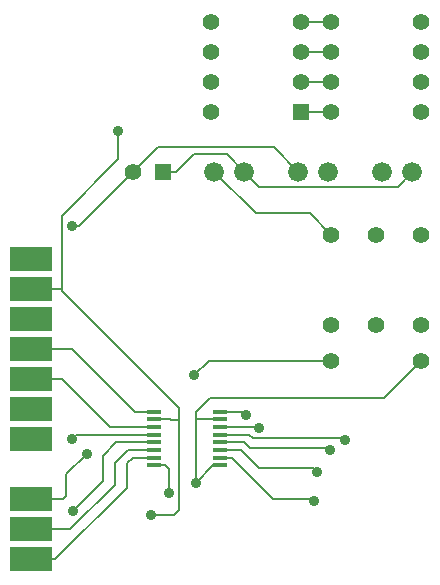
<source format=gbl>
G04 (created by PCBNEW-RS274X (2011-nov-30)-testing) date Fri 09 Dec 2011 12:36:33 PM CST*
G01*
G70*
G90*
%MOIN*%
G04 Gerber Fmt 3.4, Leading zero omitted, Abs format*
%FSLAX34Y34*%
G04 APERTURE LIST*
%ADD10C,0.006000*%
%ADD11C,0.055000*%
%ADD12R,0.050000X0.015000*%
%ADD13C,0.066000*%
%ADD14R,0.055000X0.055000*%
%ADD15R,0.140000X0.080000*%
%ADD16C,0.035000*%
%ADD17C,0.008000*%
G04 APERTURE END LIST*
G54D10*
G54D11*
X10800Y-01300D03*
X13800Y-01300D03*
G54D12*
X07082Y-14284D03*
X07082Y-14540D03*
X07082Y-14796D03*
X07082Y-15052D03*
X07082Y-15308D03*
X07082Y-15564D03*
X07082Y-15820D03*
X07082Y-16076D03*
X04878Y-16076D03*
X04878Y-15820D03*
X04878Y-15564D03*
X04878Y-15308D03*
X04878Y-15052D03*
X04878Y-14796D03*
X04878Y-14540D03*
X04878Y-14284D03*
G54D11*
X10800Y-04300D03*
X13800Y-04300D03*
X13800Y-08400D03*
X13800Y-11400D03*
X12300Y-08400D03*
X12300Y-11400D03*
X10800Y-08400D03*
X10800Y-11400D03*
X10800Y-02300D03*
X13800Y-02300D03*
X10800Y-03300D03*
X13800Y-03300D03*
X13800Y-12600D03*
X10800Y-12600D03*
G54D13*
X13500Y-06300D03*
X12500Y-06300D03*
X10700Y-06300D03*
X09700Y-06300D03*
X07900Y-06300D03*
X06900Y-06300D03*
G54D14*
X09800Y-04300D03*
G54D11*
X09800Y-03300D03*
X09800Y-02300D03*
X09800Y-01300D03*
X06800Y-01300D03*
X06800Y-02300D03*
X06800Y-03300D03*
X06800Y-04300D03*
G54D14*
X05200Y-06300D03*
G54D11*
X04200Y-06300D03*
G54D15*
X00800Y-15200D03*
X00800Y-14200D03*
X00800Y-13200D03*
X00800Y-12200D03*
X00800Y-11200D03*
X00800Y-10200D03*
X00800Y-09200D03*
X00800Y-19200D03*
X00800Y-18200D03*
X00800Y-17200D03*
G54D16*
X06280Y-16650D03*
X04780Y-17730D03*
X03700Y-04930D03*
X11260Y-15220D03*
X02140Y-15200D03*
X10740Y-15570D03*
X02170Y-17590D03*
X10220Y-17280D03*
X02650Y-15690D03*
X06230Y-13080D03*
X07950Y-14410D03*
X10330Y-16310D03*
X08400Y-14830D03*
X02150Y-08110D03*
X05390Y-16990D03*
G54D17*
X05618Y-06300D02*
X06210Y-05708D01*
X07082Y-14540D02*
X06280Y-14540D01*
X12566Y-13834D02*
X06750Y-13834D01*
X05200Y-06300D02*
X05618Y-06300D01*
X13007Y-06793D02*
X13500Y-06300D01*
X06210Y-05708D02*
X07308Y-05708D01*
X06280Y-14540D02*
X06280Y-16650D01*
X08393Y-06793D02*
X13007Y-06793D01*
X07900Y-06300D02*
X08393Y-06793D01*
X07308Y-05708D02*
X07900Y-06300D01*
X06746Y-13834D02*
X06280Y-14300D01*
X06854Y-16076D02*
X06280Y-16650D01*
X13800Y-12600D02*
X12566Y-13834D01*
X06750Y-13834D02*
X06746Y-13834D01*
X07082Y-16076D02*
X06854Y-16076D01*
X06280Y-14300D02*
X06280Y-14540D01*
X01810Y-10260D02*
X05730Y-14180D01*
X01810Y-07750D02*
X01810Y-10200D01*
X05730Y-17560D02*
X05560Y-17730D01*
X05730Y-14560D02*
X05730Y-17560D01*
X05560Y-17730D02*
X04780Y-17730D01*
X05460Y-14560D02*
X05440Y-14540D01*
X03700Y-05860D02*
X01810Y-07750D01*
X05440Y-14540D02*
X04878Y-14540D01*
X05730Y-14180D02*
X05730Y-14560D01*
X01810Y-10200D02*
X01810Y-10260D01*
X05730Y-14560D02*
X05460Y-14560D01*
X00800Y-10200D02*
X01810Y-10200D01*
X03700Y-04930D02*
X03700Y-05860D01*
X11220Y-15180D02*
X11260Y-15220D01*
X08052Y-15052D02*
X08180Y-15180D01*
X07082Y-15052D02*
X08052Y-15052D01*
X08180Y-15180D02*
X11220Y-15180D01*
X02288Y-15052D02*
X02140Y-15200D01*
X04878Y-15052D02*
X02288Y-15052D01*
X02288Y-15052D02*
X02140Y-15200D01*
X07878Y-15308D02*
X08070Y-15500D01*
X07082Y-15308D02*
X07878Y-15308D01*
X10670Y-15500D02*
X10740Y-15570D01*
X08070Y-15500D02*
X10670Y-15500D01*
X02170Y-17590D02*
X03170Y-16590D01*
X03170Y-16590D02*
X03170Y-15760D01*
X03622Y-15308D02*
X04878Y-15308D01*
X03170Y-15760D02*
X03622Y-15308D01*
X07082Y-15820D02*
X07470Y-15820D01*
X10150Y-17210D02*
X10220Y-17280D01*
X08860Y-17210D02*
X10150Y-17210D01*
X07470Y-15820D02*
X08860Y-17210D01*
X04170Y-15820D02*
X04878Y-15820D01*
X03980Y-16820D02*
X03980Y-16010D01*
X00800Y-19200D02*
X01600Y-19200D01*
X01600Y-19200D02*
X03980Y-16820D01*
X03980Y-16010D02*
X04170Y-15820D01*
X01850Y-17200D02*
X00800Y-17200D01*
X06230Y-13080D02*
X06710Y-12600D01*
X02650Y-15690D02*
X01960Y-16380D01*
X01960Y-17090D02*
X01850Y-17200D01*
X10800Y-12600D02*
X06710Y-12600D01*
X01960Y-16380D02*
X01960Y-17090D01*
X07824Y-14284D02*
X07082Y-14284D01*
X07950Y-14410D02*
X07824Y-14284D01*
X02150Y-12200D02*
X04234Y-14284D01*
X00800Y-12200D02*
X02150Y-12200D01*
X04234Y-14284D02*
X04878Y-14284D01*
X07082Y-15564D02*
X07774Y-15564D01*
X08390Y-16180D02*
X10200Y-16180D01*
X07774Y-15564D02*
X08390Y-16180D01*
X10200Y-16180D02*
X10330Y-16310D01*
X03580Y-16720D02*
X03580Y-16000D01*
X02100Y-18200D02*
X03580Y-16720D01*
X04016Y-15564D02*
X04878Y-15564D01*
X04016Y-15564D02*
X03580Y-16000D01*
X00800Y-18200D02*
X02100Y-18200D01*
X07082Y-14796D02*
X08366Y-14796D01*
X08366Y-14796D02*
X08400Y-14830D01*
X00800Y-13200D02*
X01830Y-13200D01*
X03426Y-14796D02*
X04878Y-14796D01*
X01830Y-13200D02*
X03426Y-14796D01*
X05266Y-16076D02*
X05390Y-16200D01*
X05266Y-16076D02*
X04878Y-16076D01*
X08871Y-05471D02*
X09700Y-06300D01*
X05390Y-16200D02*
X05390Y-16990D01*
X02390Y-08110D02*
X04200Y-06300D01*
X08871Y-05471D02*
X05029Y-05471D01*
X02150Y-08110D02*
X02390Y-08110D01*
X04200Y-06300D02*
X05029Y-05471D01*
X08270Y-07670D02*
X10070Y-07670D01*
X06900Y-06300D02*
X08270Y-07670D01*
X10070Y-07670D02*
X10800Y-08400D01*
X09800Y-02300D02*
X10800Y-02300D01*
X09800Y-01300D02*
X10800Y-01300D01*
X09800Y-03300D02*
X10800Y-03300D01*
X09800Y-04300D02*
X10800Y-04300D01*
M02*

</source>
